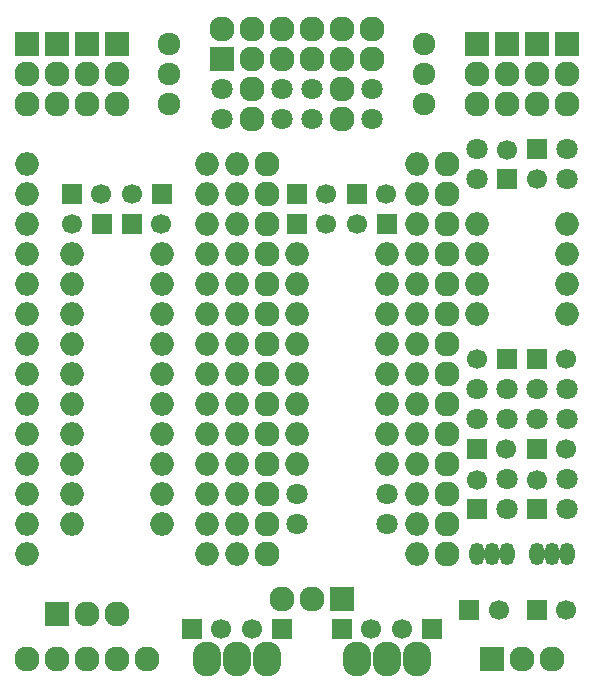
<source format=gts>
G04 #@! TF.FileFunction,Soldermask,Top*
%FSLAX46Y46*%
G04 Gerber Fmt 4.6, Leading zero omitted, Abs format (unit mm)*
G04 Created by KiCad (PCBNEW 4.0.0-rc2-stable) date 22.03.2016 15:33:30*
%MOMM*%
G01*
G04 APERTURE LIST*
%ADD10C,0.100000*%
%ADD11R,1.700000X1.700000*%
%ADD12C,1.700000*%
%ADD13C,1.797000*%
%ADD14O,2.000000X2.000000*%
%ADD15O,2.432000X2.940000*%
%ADD16O,1.299160X1.901140*%
%ADD17C,2.127200*%
%ADD18C,1.924000*%
%ADD19R,2.127200X2.127200*%
%ADD20O,2.127200X2.127200*%
G04 APERTURE END LIST*
D10*
D11*
X142240000Y-83820000D03*
D12*
X139740000Y-83820000D03*
D11*
X139700000Y-86360000D03*
D12*
X142200000Y-86360000D03*
D11*
X137160000Y-86360000D03*
D12*
X134660000Y-86360000D03*
D11*
X134620000Y-83820000D03*
D12*
X137120000Y-83820000D03*
D11*
X165100000Y-120650000D03*
D12*
X162600000Y-120650000D03*
D11*
X157480000Y-120650000D03*
D12*
X159980000Y-120650000D03*
D11*
X152400000Y-120650000D03*
D12*
X149900000Y-120650000D03*
D11*
X144780000Y-120650000D03*
D12*
X147280000Y-120650000D03*
D11*
X158750000Y-83820000D03*
D12*
X161250000Y-83820000D03*
D11*
X153670000Y-86360000D03*
D12*
X156170000Y-86360000D03*
D11*
X153670000Y-83820000D03*
D12*
X156170000Y-83820000D03*
D11*
X161290000Y-86360000D03*
D12*
X158790000Y-86360000D03*
D11*
X171450000Y-82550000D03*
D12*
X171450000Y-80050000D03*
D11*
X173990000Y-80010000D03*
D12*
X173990000Y-82510000D03*
D11*
X168910000Y-105410000D03*
D12*
X171410000Y-105410000D03*
D11*
X168910000Y-110490000D03*
D12*
X168910000Y-107990000D03*
D11*
X171450000Y-97790000D03*
D12*
X168950000Y-97790000D03*
D11*
X173990000Y-97790000D03*
D12*
X176490000Y-97790000D03*
D13*
X147320000Y-74930000D03*
X147320000Y-77470000D03*
X176530000Y-82550000D03*
X176530000Y-80010000D03*
X171450000Y-102870000D03*
X171450000Y-100330000D03*
X168910000Y-102870000D03*
X168910000Y-100330000D03*
X171450000Y-110490000D03*
X171450000Y-107950000D03*
X176530000Y-102870000D03*
X176530000Y-100330000D03*
D14*
X134620000Y-88900000D03*
X134620000Y-91440000D03*
X134620000Y-93980000D03*
X134620000Y-96520000D03*
X134620000Y-99060000D03*
X134620000Y-101600000D03*
X134620000Y-104140000D03*
X134620000Y-106680000D03*
X134620000Y-109220000D03*
X134620000Y-111760000D03*
X142240000Y-111760000D03*
X142240000Y-109220000D03*
X142240000Y-106680000D03*
X142240000Y-104140000D03*
X142240000Y-101600000D03*
X142240000Y-99060000D03*
X142240000Y-96520000D03*
X142240000Y-93980000D03*
X142240000Y-91440000D03*
X142240000Y-88900000D03*
X130810000Y-81280000D03*
X130810000Y-83820000D03*
X130810000Y-86360000D03*
X130810000Y-88900000D03*
X130810000Y-91440000D03*
X130810000Y-93980000D03*
X130810000Y-96520000D03*
X130810000Y-99060000D03*
X130810000Y-101600000D03*
X130810000Y-104140000D03*
X130810000Y-106680000D03*
X130810000Y-109220000D03*
X130810000Y-111760000D03*
X130810000Y-114300000D03*
X146050000Y-114300000D03*
X146050000Y-111760000D03*
X146050000Y-109220000D03*
X146050000Y-106680000D03*
X146050000Y-104140000D03*
X146050000Y-101600000D03*
X146050000Y-99060000D03*
X146050000Y-96520000D03*
X146050000Y-93980000D03*
X146050000Y-91440000D03*
X146050000Y-88900000D03*
X146050000Y-86360000D03*
X146050000Y-83820000D03*
X146050000Y-81280000D03*
D15*
X161290000Y-123190000D03*
X158750000Y-123190000D03*
X163830000Y-123190000D03*
X148590000Y-123190000D03*
X146050000Y-123190000D03*
X151130000Y-123190000D03*
D14*
X148590000Y-81280000D03*
X148590000Y-83820000D03*
X148590000Y-86360000D03*
X148590000Y-88900000D03*
X148590000Y-91440000D03*
X148590000Y-93980000D03*
X148590000Y-96520000D03*
X148590000Y-99060000D03*
X148590000Y-101600000D03*
X148590000Y-104140000D03*
X148590000Y-106680000D03*
X148590000Y-109220000D03*
X148590000Y-111760000D03*
X148590000Y-114300000D03*
X163830000Y-114300000D03*
X163830000Y-111760000D03*
X163830000Y-109220000D03*
X163830000Y-106680000D03*
X163830000Y-104140000D03*
X163830000Y-101600000D03*
X163830000Y-99060000D03*
X163830000Y-96520000D03*
X163830000Y-93980000D03*
X163830000Y-91440000D03*
X163830000Y-88900000D03*
X163830000Y-86360000D03*
X163830000Y-83820000D03*
X163830000Y-81280000D03*
X153670000Y-88900000D03*
X153670000Y-91440000D03*
X153670000Y-93980000D03*
X153670000Y-96520000D03*
X153670000Y-99060000D03*
X153670000Y-101600000D03*
X153670000Y-104140000D03*
X153670000Y-106680000D03*
X161290000Y-106680000D03*
X161290000Y-104140000D03*
X161290000Y-101600000D03*
X161290000Y-99060000D03*
X161290000Y-96520000D03*
X161290000Y-93980000D03*
X161290000Y-91440000D03*
X161290000Y-88900000D03*
X168910000Y-86360000D03*
X168910000Y-88900000D03*
X168910000Y-91440000D03*
X168910000Y-93980000D03*
X176530000Y-93980000D03*
X176530000Y-91440000D03*
X176530000Y-88900000D03*
X176530000Y-86360000D03*
D13*
X153670000Y-111760000D03*
X161290000Y-111760000D03*
X153670000Y-109220000D03*
X161290000Y-109220000D03*
X168910000Y-80010000D03*
X168910000Y-82550000D03*
X160020000Y-77470000D03*
X160020000Y-74930000D03*
D11*
X173990000Y-105410000D03*
D12*
X176490000Y-105410000D03*
D11*
X173990000Y-110490000D03*
D12*
X173990000Y-107990000D03*
D16*
X170180000Y-114300000D03*
X171450000Y-114300000D03*
X168910000Y-114300000D03*
X175260000Y-114300000D03*
X176530000Y-114300000D03*
X173990000Y-114300000D03*
D13*
X173990000Y-102870000D03*
X173990000Y-100330000D03*
X176530000Y-110490000D03*
X176530000Y-107950000D03*
D11*
X168275000Y-118999000D03*
D12*
X170775000Y-118999000D03*
D11*
X173990000Y-118999000D03*
D12*
X176490000Y-118999000D03*
D17*
X151130000Y-81280000D03*
X151130000Y-83820000D03*
X151130000Y-86360000D03*
X151130000Y-88900000D03*
X151130000Y-91440000D03*
X151130000Y-93980000D03*
X151130000Y-96520000D03*
X151130000Y-99060000D03*
X151130000Y-101600000D03*
X151130000Y-104140000D03*
X151130000Y-106680000D03*
X151130000Y-109220000D03*
X151130000Y-111760000D03*
X151130000Y-114300000D03*
X166370000Y-114300000D03*
X166370000Y-111760000D03*
X166370000Y-109220000D03*
X166370000Y-106680000D03*
X166370000Y-104140000D03*
X166370000Y-101600000D03*
X166370000Y-99060000D03*
X166370000Y-96520000D03*
X166370000Y-93980000D03*
X166370000Y-91440000D03*
X166370000Y-88900000D03*
X166370000Y-86360000D03*
X166370000Y-83820000D03*
X166370000Y-81280000D03*
D18*
X164465000Y-73660000D03*
X164465000Y-76200000D03*
X164465000Y-71120000D03*
X142875000Y-73660000D03*
X142875000Y-76200000D03*
X142875000Y-71120000D03*
D13*
X152400000Y-77470000D03*
X152400000Y-74930000D03*
X154940000Y-77470000D03*
X154940000Y-74930000D03*
D17*
X130810000Y-123190000D03*
X133350000Y-123190000D03*
X135890000Y-123190000D03*
X138430000Y-123190000D03*
X140970000Y-123190000D03*
D19*
X133350000Y-119380000D03*
D17*
X135890000Y-119380000D03*
X138430000Y-119380000D03*
D19*
X157480000Y-118110000D03*
D17*
X154940000Y-118110000D03*
X152400000Y-118110000D03*
D19*
X130810000Y-71120000D03*
D17*
X130810000Y-73660000D03*
X130810000Y-76200000D03*
D19*
X133350000Y-71120000D03*
D17*
X133350000Y-73660000D03*
X133350000Y-76200000D03*
D19*
X135890000Y-71120000D03*
D17*
X135890000Y-73660000D03*
X135890000Y-76200000D03*
D19*
X138430000Y-71120000D03*
D17*
X138430000Y-73660000D03*
X138430000Y-76200000D03*
D19*
X168910000Y-71120000D03*
D17*
X168910000Y-73660000D03*
X168910000Y-76200000D03*
D19*
X171450000Y-71120000D03*
D17*
X171450000Y-73660000D03*
X171450000Y-76200000D03*
D19*
X173990000Y-71120000D03*
D17*
X173990000Y-73660000D03*
X173990000Y-76200000D03*
D19*
X176530000Y-71120000D03*
D17*
X176530000Y-73660000D03*
X176530000Y-76200000D03*
D19*
X170180000Y-123190000D03*
D17*
X172720000Y-123190000D03*
X175260000Y-123190000D03*
X149860000Y-77470000D03*
X149860000Y-74930000D03*
X157480000Y-77470000D03*
X157480000Y-74930000D03*
D19*
X147320000Y-72390000D03*
D20*
X147320000Y-69850000D03*
X149860000Y-72390000D03*
X149860000Y-69850000D03*
X152400000Y-72390000D03*
X152400000Y-69850000D03*
X154940000Y-72390000D03*
X154940000Y-69850000D03*
X157480000Y-72390000D03*
X157480000Y-69850000D03*
X160020000Y-72390000D03*
X160020000Y-69850000D03*
M02*

</source>
